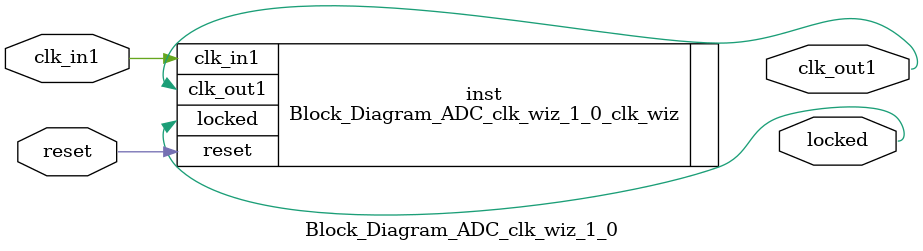
<source format=v>


`timescale 1ps/1ps

(* CORE_GENERATION_INFO = "Block_Diagram_ADC_clk_wiz_1_0,clk_wiz_v6_0_15_0_0,{component_name=Block_Diagram_ADC_clk_wiz_1_0,use_phase_alignment=true,use_min_o_jitter=false,use_max_i_jitter=false,use_dyn_phase_shift=false,use_inclk_switchover=false,use_dyn_reconfig=false,enable_axi=0,feedback_source=FDBK_AUTO,PRIMITIVE=MMCM,num_out_clk=1,clkin1_period=10.000,clkin2_period=10.000,use_power_down=false,use_reset=true,use_locked=true,use_inclk_stopped=false,feedback_type=SINGLE,CLOCK_MGR_TYPE=NA,manual_override=false}" *)

module Block_Diagram_ADC_clk_wiz_1_0 
 (
  // Clock out ports
  output        clk_out1,
  // Status and control signals
  input         reset,
  output        locked,
 // Clock in ports
  input         clk_in1
 );

  Block_Diagram_ADC_clk_wiz_1_0_clk_wiz inst
  (
  // Clock out ports  
  .clk_out1(clk_out1),
  // Status and control signals               
  .reset(reset), 
  .locked(locked),
 // Clock in ports
  .clk_in1(clk_in1)
  );

endmodule

</source>
